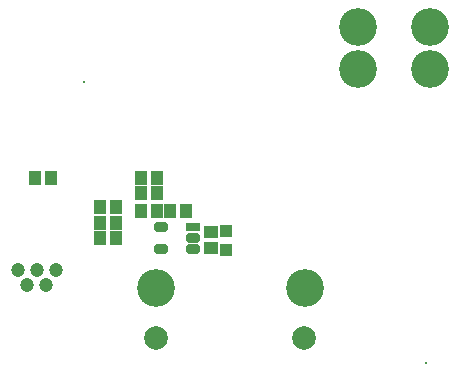
<source format=gbs>
G04*
G04 #@! TF.GenerationSoftware,Altium Limited,Altium Designer,20.0.13 (296)*
G04*
G04 Layer_Color=16711935*
%FSLAX25Y25*%
%MOIN*%
G70*
G01*
G75*
%ADD38R,0.04143X0.04537*%
%ADD43R,0.04147X0.04147*%
%ADD48R,0.04537X0.04143*%
%ADD49C,0.04737*%
%ADD57C,0.00800*%
%ADD58C,0.07887*%
%ADD59C,0.12611*%
G04:AMPARAMS|DCode=72|XSize=31.62mil|YSize=47.37mil|CornerRadius=9.91mil|HoleSize=0mil|Usage=FLASHONLY|Rotation=90.000|XOffset=0mil|YOffset=0mil|HoleType=Round|Shape=RoundedRectangle|*
%AMROUNDEDRECTD72*
21,1,0.03162,0.02756,0,0,90.0*
21,1,0.01181,0.04737,0,0,90.0*
1,1,0.01981,0.01378,0.00591*
1,1,0.01981,0.01378,-0.00591*
1,1,0.01981,-0.01378,-0.00591*
1,1,0.01981,-0.01378,0.00591*
%
%ADD72ROUNDEDRECTD72*%
%ADD73R,0.04737X0.03162*%
D38*
X57972Y62992D02*
D03*
X63287Y62992D02*
D03*
X39665Y59055D02*
D03*
X34350D02*
D03*
X53445Y62992D02*
D03*
X48130D02*
D03*
Y74016D02*
D03*
X53445D02*
D03*
X48130Y68898D02*
D03*
X53445D02*
D03*
X12697Y74016D02*
D03*
X18012D02*
D03*
X39665Y64173D02*
D03*
X34350D02*
D03*
X39665Y53937D02*
D03*
X34350D02*
D03*
D43*
X76378Y50098D02*
D03*
Y56201D02*
D03*
D48*
X71653Y55807D02*
D03*
Y50492D02*
D03*
D49*
X10236Y38189D02*
D03*
X7185Y43307D02*
D03*
X13386Y43307D02*
D03*
X19685Y43307D02*
D03*
X16535Y38189D02*
D03*
D57*
X29146Y106035D02*
D03*
X143122Y12335D02*
D03*
D58*
X102500Y20669D02*
D03*
X53000D02*
D03*
D59*
X120484Y124146D02*
D03*
X144500D02*
D03*
Y110169D02*
D03*
X120484D02*
D03*
X53161Y37138D02*
D03*
X102768D02*
D03*
D72*
X54823Y57677D02*
D03*
Y50197D02*
D03*
X65650D02*
D03*
Y53937D02*
D03*
D73*
Y57677D02*
D03*
M02*

</source>
